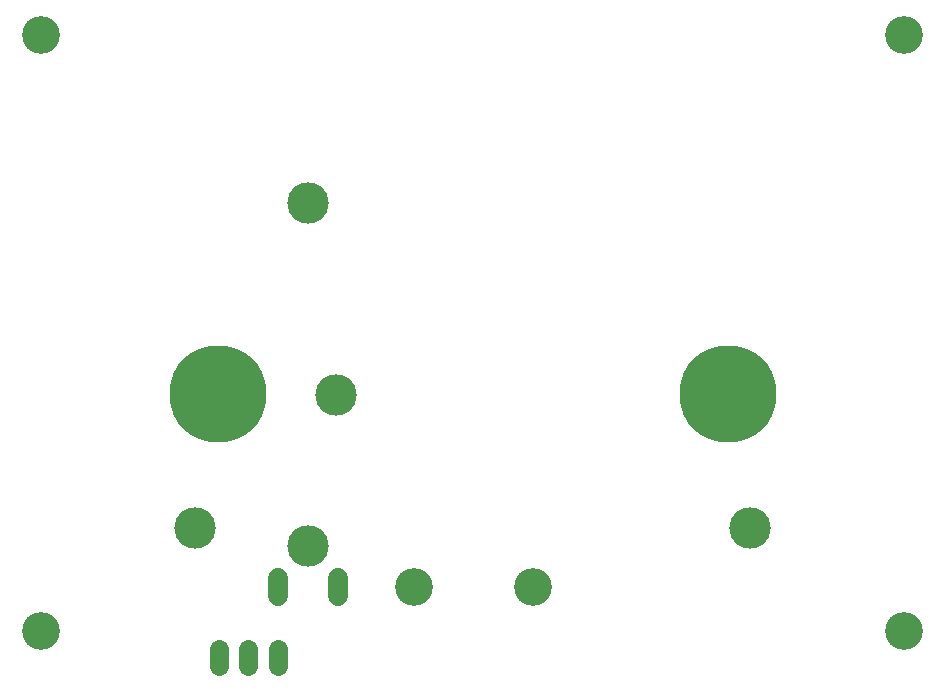
<source format=gbr>
G04 EAGLE Gerber X2 export*
%TF.Part,Single*%
%TF.FileFunction,Soldermask,Top,1*%
%TF.FilePolarity,Negative*%
%TF.GenerationSoftware,Autodesk,EAGLE,9.5.2*%
%TF.CreationDate,2020-10-15T10:25:45Z*%
G75*
%MOMM*%
%FSLAX35Y35*%
%LPD*%
%INSoldermask Bottom*%
%AMOC8*
5,1,8,0,0,1.08239X$1,22.5*%
G01*
%ADD10C,3.503200*%
%ADD11C,3.203200*%
%ADD12C,1.603200*%
%ADD13C,1.711200*%
%ADD14C,8.203200*%


D10*
X2200000Y1450000D03*
X6900000Y1450000D03*
X3154000Y1300000D03*
X3394000Y2576000D03*
X3154000Y4200000D03*
D11*
X5058000Y950000D03*
X4058000Y950000D03*
D12*
X2900000Y420000D02*
X2900000Y280000D01*
X2650000Y280000D02*
X2650000Y420000D01*
X2400000Y420000D02*
X2400000Y280000D01*
D11*
X900000Y575000D03*
X900000Y5625000D03*
X8200000Y5625000D03*
X8200000Y575000D03*
D13*
X3408000Y874600D02*
X3408000Y1025400D01*
X2900000Y1025400D02*
X2900000Y874600D01*
D14*
X2391000Y2580000D03*
X6709000Y2580000D03*
M02*

</source>
